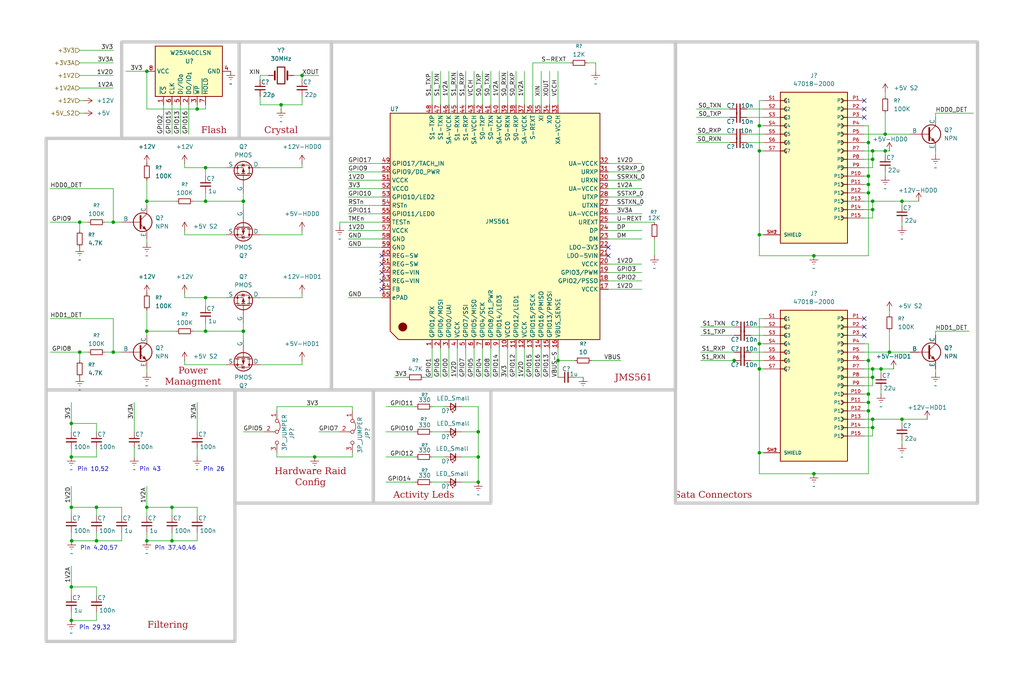
<source format=kicad_sch>
(kicad_sch (version 20250114) (generator "eeschema") (generator_version "9.0")
  (paper "User" 310 210)
  (rectangle (start 71.12 118.11) (end 113.03 152.4) (stroke (width 1) (color 200 200 200 1)))
  (rectangle (start 113.03 118.11) (end 148.59 152.4) (stroke (width 1) (color 200 200 200 1)))
  (rectangle (start 72.39 12.7) (end 100.33 41.91) (stroke (width 1) (color 200 200 200 1)))
  (rectangle (start 13.97 41.91) (end 100.33 118.11) (stroke (width 1) (color 200 200 200 1)))
  (rectangle (start 100.33 12.7) (end 204.47 118.11) (stroke (width 1) (color 200 200 200 1)))
  (rectangle (start 13.97 118.11) (end 71.12 194.31) (stroke (width 1) (color 200 200 200 1)))
  (rectangle (start 204.47 12.7) (end 295.91 152.4) (stroke (width 1) (color 200 200 200 1)))
  (rectangle (start 36.83 12.7) (end 72.39 41.91) (stroke (width 1) (color 200 200 200 1)))
  (text "Pin 4,20,57" (at 29.972 166.116 0) (effects (font (size 1.27 1.27))))
  (text "Pin 29,32" (at 28.702 190.246 0) (effects (font (size 1.27 1.27))))
  (text " Pin 43" (at 44.958 142.24 0) (effects (font (size 1.27 1.27))))
  (text "Pin 37,40,46" (at 53.086 166.116 0) (effects (font (size 1.27 1.27))))
  (text " Pin 10,52" (at 27.686 142.24 0) (effects (font (size 1.27 1.27))))
  (text " Pin 26\n" (at 64.262 142.24 0) (effects (font (size 1.27 1.27))))
  (text_box "Filtering" (at 36.83 182.88 0) (size 27.94 9.525) (margins 1.9049 1.9049 1.9049 1.9049) (stroke (width -0.0001)) (effects (font (size 2 2) (thickness 0.3175)) (justify bottom)))
  (text_box "Flash\n\n" (at 50.8 33.02 0) (size 27.94 9.525) (margins 1.9049 1.9049 1.9049 1.9049) (stroke (width -0.0001)) (effects (font (size 2 2) (thickness 0.3175)) (justify bottom)))
  (text_box "JMS561" (at 177.8 107.95 0) (size 27.94 9.525) (margins 1.9049 1.9049 1.9049 1.9049) (stroke (width -0.0001)) (effects (font (size 2 2) (thickness 0.3175)) (justify bottom)))
  (text_box "Sata Connectors\n" (at 201.93 143.51 0) (size 27.94 9.525) (margins 1.9049 1.9049 1.9049 1.9049) (stroke (width -0.0001)) (effects (font (size 2 2) (thickness 0.3175)) (justify bottom)))
  (text_box "Hardware Raid \nConfig\n" (at 80.01 139.7 0) (size 27.94 9.525) (margins 1.9049 1.9049 1.9049 1.9049) (stroke (width -0.0001)) (effects (font (size 2 2) (thickness 0.3175)) (justify bottom)))
  (text_box "Activity Leds\n" (at 114.3 143.51 0) (size 27.94 9.525) (margins 1.9049 1.9049 1.9049 1.9049) (stroke (width -0.0001)) (effects (font (size 2 2) (thickness 0.3175)) (justify bottom)))
  (text_box "Power Managment\n" (at 44.45 109.22 0) (size 27.94 9.525) (margins 1.9049 1.9049 1.9049 1.9049) (stroke (width -0.0001)) (effects (font (size 2 2) (thickness 0.3175)) (justify bottom)))
  (text_box "Crystal\n" (at 71.12 33.02 0) (size 27.94 9.525) (margins 1.9049 1.9049 1.9049 1.9049) (stroke (width -0.0001)) (effects (font (size 2 2) (thickness 0.3175)) (justify bottom)))
  (junction (at 229.87 104.14))
  (junction (at 168.91 109.22))
  (junction (at 29.21 163.83))
  (junction (at 21.59 153.67))
  (junction (at 267.97 45.72))
  (junction (at 262.89 121.92))
  (junction (at 62.23 100.33))
  (junction (at 73.66 100.33))
  (junction (at 264.16 114.3))
  (junction (at 73.66 60.96))
  (junction (at 229.87 38.1))
  (junction (at 246.38 77.47))
  (junction (at 52.07 153.67))
  (junction (at 21.59 138.43))
  (junction (at 273.05 127))
  (junction (at 269.24 106.68))
  (junction (at 24.13 106.68))
  (junction (at 44.45 100.33))
  (junction (at 264.16 111.76))
  (junction (at 262.89 53.34))
  (junction (at 262.89 55.88))
  (junction (at 144.78 130.81))
  (junction (at 262.89 109.22))
  (junction (at 95.25 138.43))
  (junction (at 264.16 60.96))
  (junction (at 62.23 50.8))
  (junction (at 24.13 67.31))
  (junction (at 21.59 177.8))
  (junction (at 229.87 137.16))
  (junction (at 34.29 106.68))
  (junction (at 59.69 33.02))
  (junction (at 85.09 31.75))
  (junction (at 264.16 63.5))
  (junction (at 44.45 21.59))
  (junction (at 266.7 111.76))
  (junction (at 21.6925 163.83))
  (junction (at 44.45 60.96))
  (junction (at 262.89 119.38))
  (junction (at 222.25 109.22))
  (junction (at 262.89 58.42))
  (junction (at 264.16 129.54))
  (junction (at 262.89 43.18))
  (junction (at 264.16 45.72))
  (junction (at 229.87 111.76))
  (junction (at 273.05 60.96))
  (junction (at 34.29 67.31))
  (junction (at 229.87 45.72))
  (junction (at 21.59 187.96))
  (junction (at 267.97 40.64))
  (junction (at 91.44 22.86))
  (junction (at 52.07 163.83))
  (junction (at 262.89 124.46))
  (junction (at 62.23 90.17))
  (junction (at 264.16 48.26))
  (junction (at 229.87 71.12))
  (junction (at 264.16 127))
  (junction (at 21.59 128.27))
  (junction (at 62.23 60.96))
  (junction (at 29.21 153.67))
  (junction (at 144.78 138.43))
  (junction (at 44.45 163.83))
  (junction (at 246.38 143.51))
  (junction (at 144.78 146.05))
  (junction (at 44.45 153.67))
  (no_connect (at 261.62 101.6))
  (no_connect (at 261.62 33.02))
  (no_connect (at 115.57 80.01))
  (no_connect (at 261.62 99.06))
  (no_connect (at 115.57 82.55))
  (no_connect (at 261.62 30.48))
  (no_connect (at 184.15 74.93))
  (no_connect (at 261.62 35.56))
  (no_connect (at 115.57 85.09))
  (no_connect (at 115.57 87.63))
  (no_connect (at 115.57 77.47))
  (no_connect (at 184.15 77.47))
  (no_connect (at 261.62 96.52))
  (wire (pts (xy 73.66 100.33) (xy 73.66 102.87)))
  (wire (pts (xy 31.75 106.68) (xy 34.29 106.68)))
  (wire (pts (xy 266.7 119.38) (xy 266.7 118.11)))
  (wire (pts (xy 264.16 114.3) (xy 264.16 111.76)))
  (wire (pts (xy 231.14 30.48) (xy 229.87 30.48)))
  (wire (pts (xy 15.24 96.52) (xy 34.29 96.52)))
  (wire (pts (xy 229.87 111.76) (xy 229.87 104.14)))
  (wire (pts (xy 15.24 57.15) (xy 34.29 57.15)))
  (wire (pts (xy 246.38 77.47) (xy 229.87 77.47)))
  (wire (pts (xy 267.97 45.72) (xy 269.24 45.72)))
  (wire (pts (xy 269.24 95.25) (xy 269.24 93.98)))
  (wire (pts (xy 62.23 50.8) (xy 68.58 50.8)))
  (wire (pts (xy 226.06 40.64) (xy 231.14 40.64)))
  (wire (pts (xy 78.74 110.49) (xy 91.44 110.49)))
  (wire (pts (xy 269.24 100.33) (xy 269.24 106.68)))
  (wire (pts (xy 133.35 105.41) (xy 133.35 114.3)))
  (wire (pts (xy 229.87 30.48) (xy 229.87 38.1)))
  (wire (pts (xy 139.7 123.19) (xy 144.78 123.19)))
  (wire (pts (xy 264.16 127) (xy 273.05 127)))
  (wire (pts (xy 273.05 127) (xy 280.67 127)))
  (wire (pts (xy 21.59 147.32) (xy 21.59 153.67)))
  (wire (pts (xy 54.61 31.75) (xy 54.61 40.64)))
  (wire (pts (xy 261.62 132.08) (xy 264.16 132.08)))
  (wire (pts (xy 78.74 24.13) (xy 78.74 22.86)))
  (wire (pts (xy 62.23 97.79) (xy 62.23 100.33)))
  (wire (pts (xy 21.6925 163.83) (xy 21.59 163.83)))
  (wire (pts (xy 262.89 43.18) (xy 262.89 38.1)))
  (wire (pts (xy 96.52 130.81) (xy 102.87 130.81)))
  (wire (pts (xy 231.14 111.76) (xy 229.87 111.76)))
  (wire (pts (xy 55.88 69.85) (xy 55.88 71.12)))
  (wire (pts (xy 115.57 59.69) (xy 105.41 59.69)))
  (wire (pts (xy 226.06 35.56) (xy 231.14 35.56)))
  (wire (pts (xy 266.7 113.03) (xy 266.7 111.76)))
  (wire (pts (xy 91.44 109.22) (xy 91.44 110.49)))
  (wire (pts (xy 24.13 67.31) (xy 26.67 67.31)))
  (wire (pts (xy 273.05 128.27) (xy 273.05 127)))
  (wire (pts (xy 130.81 105.41) (xy 130.81 114.3)))
  (wire (pts (xy 44.45 101.6) (xy 44.45 100.33)))
  (wire (pts (xy 177.8 19.05) (xy 180.34 19.05)))
  (wire (pts (xy 15.24 106.68) (xy 24.13 106.68)))
  (wire (pts (xy 62.23 90.17) (xy 55.88 90.17)))
  (wire (pts (xy 68.58 110.49) (xy 55.88 110.49)))
  (wire (pts (xy 261.62 124.46) (xy 262.89 124.46)))
  (wire (pts (xy 34.29 106.68) (xy 36.83 106.68)))
  (wire (pts (xy 119.38 114.3) (xy 123.19 114.3)))
  (wire (pts (xy 264.16 116.84) (xy 264.16 114.3)))
  (wire (pts (xy 153.67 105.41) (xy 153.67 114.3)))
  (wire (pts (xy 273.05 67.31) (xy 273.05 68.58)))
  (wire (pts (xy 49.53 31.75) (xy 49.53 40.64)))
  (wire (pts (xy 264.16 111.76) (xy 266.7 111.76)))
  (wire (pts (xy 115.57 52.07) (xy 105.41 52.07)))
  (wire (pts (xy 261.62 116.84) (xy 264.16 116.84)))
  (wire (pts (xy 68.58 71.12) (xy 55.88 71.12)))
  (wire (pts (xy 29.21 163.83) (xy 21.6925 163.83)))
  (wire (pts (xy 116.84 130.81) (xy 125.73 130.81)))
  (wire (pts (xy 52.07 31.75) (xy 52.07 40.64)))
  (wire (pts (xy 264.16 60.96) (xy 273.05 60.96)))
  (wire (pts (xy 231.14 137.16) (xy 229.87 137.16)))
  (wire (pts (xy 21.59 177.8) (xy 21.59 180.34)))
  (wire (pts (xy 283.21 100.33) (xy 283.21 101.6)))
  (wire (pts (xy 78.74 22.86) (xy 81.28 22.86)))
  (wire (pts (xy 55.88 88.9) (xy 55.88 90.17)))
  (wire (pts (xy 130.81 123.19) (xy 134.62 123.19)))
  (wire (pts (xy 29.21 135.89) (xy 29.21 138.43)))
  (wire (pts (xy 116.84 138.43) (xy 125.73 138.43)))
  (wire (pts (xy 38.1 21.59) (xy 44.45 21.59)))
  (wire (pts (xy 229.87 137.16) (xy 229.87 111.76)))
  (wire (pts (xy 44.45 72.39) (xy 44.45 73.66)))
  (wire (pts (xy 59.69 163.83) (xy 52.07 163.83)))
  (wire (pts (xy 261.62 119.38) (xy 262.89 119.38)))
  (wire (pts (xy 21.59 121.92) (xy 21.59 128.27)))
  (wire (pts (xy 184.15 59.69) (xy 194.31 59.69)))
  (wire (pts (xy 262.89 121.92) (xy 262.89 124.46)))
  (wire (pts (xy 158.75 31.75) (xy 158.75 21.59)))
  (wire (pts (xy 212.09 109.22) (xy 222.25 109.22)))
  (wire (pts (xy 130.81 31.75) (xy 130.81 21.59)))
  (wire (pts (xy 24.13 26.67) (xy 34.29 26.67)))
  (wire (pts (xy 262.89 109.22) (xy 262.89 119.38)))
  (wire (pts (xy 59.69 121.92) (xy 59.69 130.81)))
  (wire (pts (xy 262.89 124.46) (xy 262.89 143.51)))
  (wire (pts (xy 176.53 114.3) (xy 173.99 114.3)))
  (wire (pts (xy 95.25 138.43) (xy 106.68 138.43)))
  (wire (pts (xy 85.09 31.75) (xy 85.09 33.02)))
  (wire (pts (xy 128.27 114.3) (xy 130.81 114.3)))
  (wire (pts (xy 283.21 100.33) (xy 293.37 100.33)))
  (wire (pts (xy 140.97 31.75) (xy 140.97 21.59)))
  (wire (pts (xy 184.15 82.55) (xy 194.31 82.55)))
  (wire (pts (xy 29.21 185.42) (xy 29.21 187.96)))
  (wire (pts (xy 55.88 109.22) (xy 55.88 110.49)))
  (wire (pts (xy 261.62 63.5) (xy 264.16 63.5)))
  (wire (pts (xy 29.21 153.67) (xy 21.59 153.67)))
  (wire (pts (xy 115.57 64.77) (xy 105.41 64.77)))
  (wire (pts (xy 24.13 106.68) (xy 26.67 106.68)))
  (wire (pts (xy 262.89 43.18) (xy 262.89 53.34)))
  (wire (pts (xy 267.97 53.34) (xy 267.97 52.07)))
  (wire (pts (xy 151.13 31.75) (xy 151.13 21.59)))
  (wire (pts (xy 158.75 105.41) (xy 158.75 114.3)))
  (wire (pts (xy 88.9 22.86) (xy 91.44 22.86)))
  (wire (pts (xy 184.15 67.31) (xy 198.12 67.31)))
  (wire (pts (xy 29.21 128.27) (xy 21.59 128.27)))
  (wire (pts (xy 229.87 104.14) (xy 231.14 104.14)))
  (wire (pts (xy 261.62 40.64) (xy 267.97 40.64)))
  (wire (pts (xy 161.29 19.05) (xy 172.72 19.05)))
  (wire (pts (xy 261.62 55.88) (xy 262.89 55.88)))
  (wire (pts (xy 262.89 119.38) (xy 262.89 121.92)))
  (wire (pts (xy 231.14 71.12) (xy 229.87 71.12)))
  (wire (pts (xy 34.29 67.31) (xy 34.29 57.15)))
  (wire (pts (xy 226.06 33.02) (xy 231.14 33.02)))
  (wire (pts (xy 264.16 132.08) (xy 264.16 129.54)))
  (wire (pts (xy 59.69 153.67) (xy 52.07 153.67)))
  (wire (pts (xy 29.21 130.81) (xy 29.21 128.27)))
  (wire (pts (xy 73.66 100.33) (xy 73.66 97.79)))
  (wire (pts (xy 83.82 124.46) (xy 83.82 123.19)))
  (wire (pts (xy 283.21 35.56) (xy 283.21 34.29)))
  (wire (pts (xy 21.59 135.89) (xy 21.59 138.43)))
  (wire (pts (xy 59.69 33.02) (xy 44.45 33.02)))
  (wire (pts (xy 229.87 45.72) (xy 229.87 71.12)))
  (wire (pts (xy 261.62 43.18) (xy 262.89 43.18)))
  (wire (pts (xy 106.68 123.19) (xy 106.68 124.46)))
  (wire (pts (xy 261.62 45.72) (xy 264.16 45.72)))
  (wire (pts (xy 29.21 156.21) (xy 29.21 153.67)))
  (wire (pts (xy 262.89 58.42) (xy 262.89 77.47)))
  (wire (pts (xy 264.16 48.26) (xy 264.16 45.72)))
  (wire (pts (xy 261.62 48.26) (xy 264.16 48.26)))
  (wire (pts (xy 44.45 54.61) (xy 44.45 60.96)))
  (wire (pts (xy 223.52 109.22) (xy 222.25 109.22)))
  (wire (pts (xy 80.01 130.81) (xy 73.66 130.81)))
  (wire (pts (xy 59.69 138.43) (xy 59.69 135.89)))
  (wire (pts (xy 78.74 50.8) (xy 91.44 50.8)))
  (wire (pts (xy 106.68 138.43) (xy 106.68 137.16)))
  (wire (pts (xy 24.13 30.48) (xy 25.4 30.48)))
  (wire (pts (xy 29.21 180.34) (xy 29.21 177.8)))
  (wire (pts (xy 62.23 90.17) (xy 68.58 90.17)))
  (wire (pts (xy 40.64 121.92) (xy 40.64 130.81)))
  (wire (pts (xy 83.82 123.19) (xy 106.68 123.19)))
  (wire (pts (xy 266.7 111.76) (xy 270.51 111.76)))
  (wire (pts (xy 184.15 49.53) (xy 194.31 49.53)))
  (wire (pts (xy 173.99 109.22) (xy 168.91 109.22)))
  (wire (pts (xy 102.87 67.31) (xy 115.57 67.31)))
  (wire (pts (xy 261.62 129.54) (xy 264.16 129.54)))
  (wire (pts (xy 210.82 43.18) (xy 220.98 43.18)))
  (wire (pts (xy 58.42 60.96) (xy 62.23 60.96)))
  (wire (pts (xy 21.59 171.45) (xy 21.59 177.8)))
  (wire (pts (xy 231.14 38.1) (xy 229.87 38.1)))
  (wire (pts (xy 55.88 49.53) (xy 55.88 50.8)))
  (wire (pts (xy 146.05 105.41) (xy 146.05 114.3)))
  (wire (pts (xy 231.14 96.52) (xy 229.87 96.52)))
  (wire (pts (xy 229.87 77.47) (xy 229.87 71.12)))
  (wire (pts (xy 264.16 63.5) (xy 264.16 60.96)))
  (wire (pts (xy 163.83 31.75) (xy 163.83 21.59)))
  (wire (pts (xy 73.66 60.96) (xy 73.66 58.42)))
  (wire (pts (xy 273.05 60.96) (xy 278.13 60.96)))
  (wire (pts (xy 91.44 22.86) (xy 96.52 22.86)))
  (wire (pts (xy 36.83 161.29) (xy 36.83 163.83)))
  (wire (pts (xy 261.62 53.34) (xy 262.89 53.34)))
  (wire (pts (xy 52.07 163.83) (xy 44.45 163.83)))
  (wire (pts (xy 227.33 99.06) (xy 231.14 99.06)))
  (wire (pts (xy 52.07 161.29) (xy 52.07 163.83)))
  (wire (pts (xy 283.21 111.76) (xy 283.21 113.03)))
  (wire (pts (xy 261.62 111.76) (xy 264.16 111.76)))
  (wire (pts (xy 261.62 127) (xy 264.16 127)))
  (wire (pts (xy 139.7 130.81) (xy 144.78 130.81)))
  (wire (pts (xy 229.87 143.51) (xy 229.87 137.16)))
  (wire (pts (xy 59.69 161.29) (xy 59.69 163.83)))
  (wire (pts (xy 273.05 133.35) (xy 273.05 134.62)))
  (wire (pts (xy 262.89 143.51) (xy 246.38 143.51)))
  (wire (pts (xy 261.62 38.1) (xy 262.89 38.1)))
  (wire (pts (xy 52.07 156.21) (xy 52.07 153.67)))
  (wire (pts (xy 62.23 50.8) (xy 62.23 53.34)))
  (wire (pts (xy 44.45 33.02) (xy 44.45 21.59)))
  (wire (pts (xy 184.15 64.77) (xy 194.31 64.77)))
  (wire (pts (xy 115.57 62.23) (xy 105.41 62.23)))
  (wire (pts (xy 83.82 138.43) (xy 95.25 138.43)))
  (wire (pts (xy 261.62 58.42) (xy 262.89 58.42)))
  (wire (pts (xy 62.23 58.42) (xy 62.23 60.96)))
  (wire (pts (xy 44.45 161.29) (xy 44.45 163.83)))
  (wire (pts (xy 116.84 146.05) (xy 125.73 146.05)))
  (wire (pts (xy 267.97 46.99) (xy 267.97 45.72)))
  (wire (pts (xy 184.15 62.23) (xy 194.31 62.23)))
  (wire (pts (xy 264.16 129.54) (xy 264.16 127)))
  (wire (pts (xy 78.74 31.75) (xy 85.09 31.75)))
  (wire (pts (xy 261.62 66.04) (xy 264.16 66.04)))
  (wire (pts (xy 144.78 123.19) (xy 144.78 130.81)))
  (wire (pts (xy 21.59 185.42) (xy 21.59 187.96)))
  (wire (pts (xy 21.59 128.27) (xy 21.59 130.81)))
  (wire (pts (xy 62.23 50.8) (xy 55.88 50.8)))
  (wire (pts (xy 78.74 29.21) (xy 78.74 31.75)))
  (wire (pts (xy 184.15 69.85) (xy 194.31 69.85)))
  (wire (pts (xy 29.21 138.43) (xy 21.59 138.43)))
  (wire (pts (xy 44.45 100.33) (xy 53.34 100.33)))
  (wire (pts (xy 29.21 177.8) (xy 21.59 177.8)))
  (wire (pts (xy 62.23 90.17) (xy 62.23 92.71)))
  (wire (pts (xy 44.45 153.67) (xy 44.45 156.21)))
  (wire (pts (xy 73.66 60.96) (xy 73.66 63.5)))
  (wire (pts (xy 184.15 85.09) (xy 194.31 85.09)))
  (wire (pts (xy 143.51 105.41) (xy 143.51 114.3)))
  (wire (pts (xy 227.33 101.6) (xy 231.14 101.6)))
  (wire (pts (xy 227.33 109.22) (xy 231.14 109.22)))
  (wire (pts (xy 153.67 31.75) (xy 153.67 21.59)))
  (wire (pts (xy 138.43 31.75) (xy 138.43 21.59)))
  (wire (pts (xy 115.57 90.17) (xy 105.41 90.17)))
  (wire (pts (xy 102.87 68.58) (xy 102.87 67.31)))
  (wire (pts (xy 135.89 31.75) (xy 135.89 21.59)))
  (wire (pts (xy 135.89 105.41) (xy 135.89 114.3)))
  (wire (pts (xy 229.87 45.72) (xy 231.14 45.72)))
  (wire (pts (xy 143.51 31.75) (xy 143.51 21.59)))
  (wire (pts (xy 140.97 105.41) (xy 140.97 114.3)))
  (wire (pts (xy 115.57 72.39) (xy 105.41 72.39)))
  (wire (pts (xy 21.59 161.29) (xy 21.59 163.83)))
  (wire (pts (xy 246.38 143.51) (xy 229.87 143.51)))
  (wire (pts (xy 267.97 29.21) (xy 267.97 27.94)))
  (wire (pts (xy 210.82 35.56) (xy 220.98 35.56)))
  (wire (pts (xy 115.57 54.61) (xy 105.41 54.61)))
  (wire (pts (xy 57.15 31.75) (xy 57.15 40.64)))
  (wire (pts (xy 62.23 31.75) (xy 62.23 33.02)))
  (wire (pts (xy 144.78 138.43) (xy 144.78 146.05)))
  (wire (pts (xy 24.13 109.22) (xy 24.13 106.68)))
  (wire (pts (xy 269.24 106.68) (xy 275.59 106.68)))
  (wire (pts (xy 227.33 106.68) (xy 231.14 106.68)))
  (wire (pts (xy 34.29 106.68) (xy 34.29 96.52)))
  (wire (pts (xy 115.57 57.15) (xy 105.41 57.15)))
  (wire (pts (xy 44.45 147.32) (xy 44.45 153.67)))
  (wire (pts (xy 115.57 49.53) (xy 105.41 49.53)))
  (wire (pts (xy 212.09 99.06) (xy 222.25 99.06)))
  (wire (pts (xy 184.15 52.07) (xy 194.31 52.07)))
  (wire (pts (xy 24.13 15.24) (xy 34.29 15.24)))
  (wire (pts (xy 146.05 31.75) (xy 146.05 21.59)))
  (wire (pts (xy 180.34 19.05) (xy 180.34 21.59)))
  (wire (pts (xy 58.42 100.33) (xy 62.23 100.33)))
  (wire (pts (xy 212.09 106.68) (xy 222.25 106.68)))
  (wire (pts (xy 261.62 109.22) (xy 262.89 109.22)))
  (wire (pts (xy 144.78 130.81) (xy 144.78 138.43)))
  (wire (pts (xy 116.84 123.19) (xy 125.73 123.19)))
  (wire (pts (xy 115.57 69.85) (xy 105.41 69.85)))
  (wire (pts (xy 210.82 40.64) (xy 220.98 40.64)))
  (wire (pts (xy 273.05 62.23) (xy 273.05 60.96)))
  (wire (pts (xy 85.09 31.75) (xy 91.44 31.75)))
  (wire (pts (xy 262.89 77.47) (xy 246.38 77.47)))
  (wire (pts (xy 267.97 34.29) (xy 267.97 40.64)))
  (wire (pts (xy 21.59 153.67) (xy 21.59 156.21)))
  (wire (pts (xy 261.62 106.68) (xy 269.24 106.68)))
  (wire (pts (xy 15.24 67.31) (xy 24.13 67.31)))
  (wire (pts (xy 156.21 31.75) (xy 156.21 21.59)))
  (wire (pts (xy 229.87 96.52) (xy 229.87 104.14)))
  (wire (pts (xy 91.44 88.9) (xy 91.44 90.17)))
  (wire (pts (xy 184.15 54.61) (xy 194.31 54.61)))
  (wire (pts (xy 130.81 146.05) (xy 134.62 146.05)))
  (wire (pts (xy 36.83 163.83) (xy 29.21 163.83)))
  (wire (pts (xy 212.09 101.6) (xy 222.25 101.6)))
  (wire (pts (xy 91.44 31.75) (xy 91.44 29.21)))
  (wire (pts (xy 184.15 72.39) (xy 194.31 72.39)))
  (wire (pts (xy 24.13 69.85) (xy 24.13 67.31)))
  (wire (pts (xy 59.69 156.21) (xy 59.69 153.67)))
  (wire (pts (xy 262.89 109.22) (xy 262.89 104.14)))
  (wire (pts (xy 44.45 62.23) (xy 44.45 60.96)))
  (wire (pts (xy 161.29 19.05) (xy 161.29 31.75)))
  (wire (pts (xy 163.83 105.41) (xy 163.83 114.3)))
  (wire (pts (xy 262.89 55.88) (xy 262.89 58.42)))
  (wire (pts (xy 139.7 138.43) (xy 144.78 138.43)))
  (wire (pts (xy 264.16 50.8) (xy 264.16 48.26)))
  (wire (pts (xy 133.35 31.75) (xy 133.35 21.59)))
  (wire (pts (xy 261.62 121.92) (xy 262.89 121.92)))
  (wire (pts (xy 91.44 69.85) (xy 91.44 71.12)))
  (wire (pts (xy 184.15 87.63) (xy 194.31 87.63)))
  (wire (pts (xy 148.59 31.75) (xy 148.59 21.59)))
  (wire (pts (xy 62.23 100.33) (xy 73.66 100.33)))
  (wire (pts (xy 184.15 80.01) (xy 194.31 80.01)))
  (wire (pts (xy 261.62 50.8) (xy 264.16 50.8)))
  (wire (pts (xy 130.81 138.43) (xy 134.62 138.43)))
  (wire (pts (xy 29.21 161.29) (xy 29.21 163.83)))
  (wire (pts (xy 31.75 67.31) (xy 34.29 67.31)))
  (wire (pts (xy 44.45 111.76) (xy 44.45 113.03)))
  (wire (pts (xy 78.74 90.17) (xy 91.44 90.17)))
  (wire (pts (xy 264.16 45.72) (xy 267.97 45.72)))
  (wire (pts (xy 115.57 74.93) (xy 105.41 74.93)))
  (wire (pts (xy 44.45 60.96) (xy 53.34 60.96)))
  (wire (pts (xy 91.44 24.13) (xy 91.44 22.86)))
  (wire (pts (xy 36.83 153.67) (xy 29.21 153.67)))
  (wire (pts (xy 262.89 53.34) (xy 262.89 55.88)))
  (wire (pts (xy 168.91 21.59) (xy 168.91 31.75)))
  (wire (pts (xy 52.07 153.67) (xy 44.45 153.67)))
  (wire (pts (xy 34.29 67.31) (xy 36.83 67.31)))
  (wire (pts (xy 62.23 33.02) (xy 59.69 33.02)))
  (wire (pts (xy 44.45 93.98) (xy 44.45 100.33)))
  (wire (pts (xy 229.87 38.1) (xy 229.87 45.72)))
  (wire (pts (xy 130.81 130.81) (xy 134.62 130.81)))
  (wire (pts (xy 283.21 45.72) (xy 283.21 46.99)))
  (wire (pts (xy 91.44 49.53) (xy 91.44 50.8)))
  (wire (pts (xy 24.13 19.05) (xy 34.29 19.05)))
  (wire (pts (xy 83.82 137.16) (xy 83.82 138.43)))
  (wire (pts (xy 62.23 60.96) (xy 73.66 60.96)))
  (wire (pts (xy 59.69 33.02) (xy 59.69 31.75)))
  (wire (pts (xy 161.29 105.41) (xy 161.29 114.3)))
  (wire (pts (xy 166.37 31.75) (xy 166.37 21.59)))
  (wire (pts (xy 151.13 105.41) (xy 151.13 114.3)))
  (wire (pts (xy 184.15 57.15) (xy 194.31 57.15)))
  (wire (pts (xy 261.62 104.14) (xy 262.89 104.14)))
  (wire (pts (xy 24.13 34.29) (xy 25.4 34.29)))
  (wire (pts (xy 198.12 72.39) (xy 198.12 77.47)))
  (wire (pts (xy 148.59 105.41) (xy 148.59 114.3)))
  (wire (pts (xy 179.07 109.22) (xy 187.96 109.22)))
  (wire (pts (xy 261.62 114.3) (xy 264.16 114.3)))
  (wire (pts (xy 40.64 138.43) (xy 40.64 135.89)))
  (wire (pts (xy 78.74 71.12) (xy 91.44 71.12)))
  (wire (pts (xy 138.43 105.41) (xy 138.43 114.3)))
  (wire (pts (xy 226.06 43.18) (xy 231.14 43.18)))
  (wire (pts (xy 261.62 60.96) (xy 264.16 60.96)))
  (wire (pts (xy 24.13 22.86) (xy 34.29 22.86)))
  (wire (pts (xy 168.91 109.22) (xy 168.91 114.3)))
  (wire (pts (xy 210.82 33.02) (xy 220.98 33.02)))
  (wire (pts (xy 36.83 156.21) (xy 36.83 153.67)))
  (wire (pts (xy 283.21 34.29) (xy 294.64 34.29)))
  (wire (pts (xy 168.91 105.41) (xy 168.91 109.22)))
  (wire (pts (xy 166.37 105.41) (xy 166.37 114.3)))
  (wire (pts (xy 156.21 105.41) (xy 156.21 114.3)))
  (wire (pts (xy 267.97 40.64) (xy 275.59 40.64)))
  (wire (pts (xy 264.16 66.04) (xy 264.16 63.5)))
  (wire (pts (xy 144.78 146.05) (xy 139.7 146.05)))
  (wire (pts (xy 29.21 187.96) (xy 21.59 187.96)))
  (label "S1_RXP" (at 219.71 106.68 180))
  (label "GPIO12" (at 118.11 138.43 0))
  (label "1V2A" (at 44.45 152.4 90))
  (label "HDD0_DET" (at 283.21 34.29 0))
  (label "1V2D" (at 158.75 114.3 90))
  (label "S0_TXP" (at 218.44 35.56 180))
  (label "S1_TXP" (at 219.71 101.6 180))
  (label "GPIO10" (at 105.41 59.69 0))
  (label "GND" (at 105.41 74.93 0))
  (label "GPIO3" (at 186.69 82.55 0))
  (label "3V3" (at 34.29 15.24 180))
  (label "HDD0_DET" (at 15.24 57.15 0))
  (label "GPIO16" (at 163.83 114.3 90))
  (label "S1_RXP" (at 140.97 29.21 90))
  (label "U-REXT" (at 186.69 67.31 0))
  (label "GPIO13" (at 166.37 114.3 90))
  (label "1V2D" (at 21.59 152.4 90))
  (label "S0_TXP" (at 146.05 29.21 90))
  (label "1V2D" (at 186.69 49.53 0))
  (label "3V3" (at 123.19 114.3 180))
  (label "SSRXN_0" (at 186.69 54.61 0))
  (label "GPIO9" (at 21.59 67.31 180))
  (label "S1_RXN" (at 219.71 109.22 180))
  (label "SSTXN_0" (at 186.69 62.23 0))
  (label "GPIO1" (at 130.81 114.3 90))
  (label "S0_TXN" (at 148.59 29.21 90))
  (label "S0_RXN" (at 218.44 43.18 180))
  (label "GPIO2" (at 186.69 85.09 0))
  (label "1V2A" (at 151.13 29.21 90))
  (label "VBUS-S" (at 168.91 114.3 90))
  (label "GPIO13" (at 54.61 40.64 90))
  (label "GPIO17" (at 105.41 49.53 0))
  (label "GPIO15" (at 161.29 114.3 90))
  (label "S-REXT" (at 163.83 19.05 0))
  (label "3V3" (at 43.18 21.59 180))
  (label "3V3A" (at 40.64 127 90))
  (label "GPIO15" (at 52.07 40.64 90))
  (label "3V3" (at 92.71 123.19 0))
  (label "HDD1_DET" (at 15.24 96.52 0))
  (label "S1_RXN" (at 138.43 29.21 90))
  (label "GPIO2" (at 49.53 40.64 90))
  (label "3V3A" (at 186.69 64.77 0))
  (label "GPIO11" (at 118.11 123.19 0))
  (label "GPIO10" (at 118.11 130.81 0))
  (label "GPIO5" (at 73.66 130.81 0))
  (label "3V3" (at 153.67 114.3 90))
  (label "S1_TXN" (at 219.71 99.06 180))
  (label "GND" (at 105.41 90.17 0))
  (label "DP" (at 186.69 69.85 0))
  (label "GPIO5" (at 143.51 114.3 90))
  (label "GPIO4" (at 146.05 114.3 90))
  (label "GPIO7" (at 140.97 114.3 90))
  (label "XIN" (at 78.74 22.86 180))
  (label "S0_RXP" (at 156.21 29.21 90))
  (label "RSTn" (at 105.41 62.23 0))
  (label "1V2D" (at 138.43 114.3 90))
  (label "XOUT" (at 96.52 22.86 180))
  (label "GPIO16" (at 57.15 40.64 90))
  (label "GPIO11" (at 105.41 64.77 0))
  (label "GPIO6" (at 133.35 114.3 90))
  (label "VCCH" (at 168.91 29.21 90))
  (label "XIN" (at 163.83 29.21 90))
  (label "VCCH" (at 143.51 29.21 90))
  (label "1V2A" (at 135.89 29.21 90))
  (label "S0_RXP" (at 218.44 40.64 180))
  (label "S0_RXN" (at 153.67 29.21 90))
  (label "1V2A" (at 21.59 176.53 90))
  (label "3V3" (at 105.41 57.15 0))
  (label "3V3" (at 21.59 127 90))
  (label "GPIO14" (at 151.13 114.3 90))
  (label "3V3A" (at 59.69 127 90))
  (label "1V2A" (at 158.75 29.21 90))
  (label "S1_TXN" (at 133.35 29.21 90))
  (label "GPIO8" (at 21.59 106.68 180))
  (label "TMEn" (at 105.41 67.31 0))
  (label "SSRXP_0" (at 186.69 52.07 0))
  (label "GPIO0" (at 135.89 114.3 90))
  (label "GPIO7" (at 96.52 130.81 0))
  (label "1V2A" (at 186.69 57.15 0))
  (label "1V2A" (at 34.29 26.67 180))
  (label "GPIO8" (at 148.59 114.3 90))
  (label "GPIO14" (at 124.46 146.05 180))
  (label "S0_TXN" (at 218.44 33.02 180))
  (label "S1_TXP" (at 130.81 29.21 90))
  (label "XOUT" (at 166.37 29.21 90))
  (label "1V2D" (at 186.69 87.63 0))
  (label "HDD1_DET" (at 283.21 100.33 0))
  (label "GND" (at 105.41 72.39 0))
  (label "1V2D" (at 105.41 69.85 0))
  (label "1V2D" (at 105.41 54.61 0))
  (label "GPIO12" (at 156.21 114.3 90))
  (label "SSTXP_0" (at 186.69 59.69 0))
  (label "GPIO9" (at 105.41 52.07 0))
  (label "1V2D" (at 186.69 80.01 0))
  (label "3V3A" (at 34.29 19.05 180))
  (label "1V2D" (at 34.29 22.86 180))
  (label "DM" (at 186.69 72.39 0))
  (label "VBUS" (at 187.96 109.22 180))
  (hierarchical_label "+3V3A" (shape input) (at 24.13 19.05 180))
  (hierarchical_label "+5V_S2" (shape input) (at 24.13 34.29 180))
  (hierarchical_label "+12V" (shape input) (at 24.13 30.48 180))
  (hierarchical_label "+1V2" (shape input) (at 24.13 22.86 180))
  (hierarchical_label "+1V2A" (shape input) (at 24.13 26.67 180))
  (hierarchical_label "+3V3" (shape input) (at 24.13 15.24 180))
  (symbol (lib_id "Device:R_Small") (at 128.27 146.05 90) (unit 1)
    (property "Reference" "R?" (at 128.524 142.494 90) (effects (font (size 1.016 1.016))))
    (property "Value" "330" (at 128.524 144.018 90))
    (property "Description" "Resistor, small symbol" (effects (hide yes)))
  )
  (symbol (lib_id "power:+12V") (at 91.44 49.53 0) (mirror y) (unit 1)
    (property "Reference" "#PWR094" (effects (hide yes)))
    (property "Value" "+12V-HDD0" (at 91.44 44.45 0))
    (property "Description" "Power symbol creates a global label with name \"+12V\"" (effects (hide yes)))
  )
  (symbol (lib_id "power:Earth") (at 144.78 146.05 0) (unit 1)
    (property "Reference" "#PWR0153" (effects (hide yes)))
    (property "Value" "~" (at 144.78 149.86 0))
    (property "Description" "Power symbol creates a global label with name \"Earth\"" (effects (hide yes)))
  )
  (symbol (lib_id "Device:LED_Small") (at 137.16 146.05 180) (unit 1)
    (property "Reference" "D?" (at 134.874 147.32 0))
    (property "Value" "LED_Small" (at 136.906 143.51 0))
    (property "Description" "Light emitting diode, small symbol" (effects (hide yes)))
    (property "Sim.Pin" "1=K 2=A" (effects (hide yes)))
  )
  (symbol (lib_id "Device:C_Small") (at 59.69 158.75 0) (unit 1)
    (property "Reference" "C?" (at 59.944 156.972 0) (effects (justify left)))
    (property "Value" "100n" (at 60.452 160.782 0) (effects (justify left)))
    (property "Description" "Unpolarized capacitor, small symbol" (effects (hide yes)))
  )
  (symbol (lib_id "power:Earth") (at 266.7 119.38 0) (unit 1)
    (property "Reference" "#PWR056" (effects (hide yes)))
    (property "Value" "~" (at 266.7 123.19 0))
    (property "Description" "Power symbol creates a global label with name \"Earth\"" (effects (hide yes)))
  )
  (symbol (lib_id "Device:R_Small") (at 29.21 106.68 270) (unit 1)
    (property "Reference" "R?" (at 29.21 101.6 90) (effects (font (size 1.016 1.016))))
    (property "Value" "100K" (at 29.21 104.14 90))
    (property "Description" "Resistor, small symbol" (effects (hide yes)))
  )
  (symbol (lib_id "Device:R_Small") (at 24.13 111.76 0) (unit 1)
    (property "Reference" "R?" (at 26.67 110.4899 0) (effects (font (size 1.016 1.016)) (justify left)))
    (property "Value" "4.7K" (at 26.67 113.0299 0) (effects (justify left)))
    (property "Description" "Resistor, small symbol" (effects (hide yes)))
  )
  (symbol (lib_id "Simulation_SPICE:PMOS") (at 73.66 107.95 270) (unit 1)
    (property "Reference" "Q?" (at 73.66 116.84 90))
    (property "Value" "PMOS" (at 73.66 114.3 90))
    (property "Datasheet" "https://ngspice.sourceforge.io/docs/ngspice-html-manual/manual.xhtml#cha_MOSFETs" (effects (hide yes)))
    (property "Description" "P-MOSFET transistor, drain/source/gate" (effects (hide yes)))
    (property "Sim.Device" "PMOS" (effects (hide yes)))
    (property "Sim.Type" "VDMOS" (effects (hide yes)))
    (property "Sim.Pins" "1=D 2=G 3=S" (effects (hide yes)))
  )
  (symbol (lib_id "Device:C_Small") (at 266.7 115.57 0) (unit 1)
    (property "Reference" "C?" (at 266.954 113.792 0) (effects (justify left)))
    (property "Value" "22u" (at 267.462 117.602 0) (effects (justify left)))
    (property "Description" "Unpolarized capacitor, small symbol" (effects (hide yes)))
  )
  (symbol (lib_id "power:+12V") (at 91.44 109.22 0) (mirror y) (unit 1)
    (property "Reference" "#PWR085" (effects (hide yes)))
    (property "Value" "+5V-HDD1" (at 91.44 104.14 0))
    (property "Description" "Power symbol creates a global label with name \"+12V\"" (effects (hide yes)))
  )
  (symbol (lib_id "power:+12V") (at 25.4 34.29 270) (unit 1)
    (property "Reference" "#PWR097" (effects (hide yes)))
    (property "Value" "+5V" (at 29.21 34.2899 90) (effects (justify left)))
    (property "Description" "Power symbol creates a global label with name \"+12V\"" (effects (hide yes)))
  )
  (symbol (lib_id "power:+12V") (at 91.44 69.85 0) (mirror y) (unit 1)
    (property "Reference" "#PWR095" (effects (hide yes)))
    (property "Value" "+5V-HDD0" (at 91.44 64.77 0))
    (property "Description" "Power symbol creates a global label with name \"+12V\"" (effects (hide yes)))
  )
  (symbol (lib_id "Device:C_Small") (at 224.79 106.68 90) (unit 1)
    (property "Reference" "C?" (at 223.774 105.664 90) (effects (justify left)))
    (property "Value" "10n" (at 229.362 105.664 90) (effects (justify left)))
    (property "Description" "Unpolarized capacitor, small symbol" (effects (hide yes)))
  )
  (symbol (lib_id "Device:R_Small") (at 128.27 138.43 90) (unit 1)
    (property "Reference" "R?" (at 128.524 134.874 90) (effects (font (size 1.016 1.016))))
    (property "Value" "330" (at 128.524 136.398 90))
    (property "Description" "Resistor, small symbol" (effects (hide yes)))
  )
  (symbol (lib_id "Device:C_Small") (at 224.79 99.06 90) (unit 1)
    (property "Reference" "C?" (at 223.774 98.044 90) (effects (justify left)))
    (property "Value" "10n" (at 229.362 98.044 90) (effects (justify left)))
    (property "Description" "Unpolarized capacitor, small symbol" (effects (hide yes)))
  )
  (symbol (lib_id "power:Earth") (at 283.21 46.99 0) (unit 1)
    (property "Reference" "#PWR0102" (effects (hide yes)))
    (property "Value" "~" (at 283.21 50.8 0))
    (property "Description" "Power symbol creates a global label with name \"Earth\"" (effects (hide yes)))
  )
  (symbol (lib_id "Simulation_SPICE:NPN") (at 41.91 67.31 0) (unit 1)
    (property "Reference" "Q?" (at 46.99 66.0399 0) (effects (justify left)))
    (property "Value" "NPN" (at 46.99 68.5799 0) (effects (justify left)))
    (property "Datasheet" "https://ngspice.sourceforge.io/docs/ngspice-html-manual/manual.xhtml#cha_BJTs" (effects (hide yes)))
    (property "Description" "Bipolar transistor symbol for simulation only, substrate tied to the emitter" (effects (hide yes)))
    (property "Sim.Device" "NPN" (effects (hide yes)))
    (property "Sim.Type" "GUMMELPOON" (effects (hide yes)))
    (property "Sim.Pins" "1=C 2=B 3=E" (effects (hide yes)))
  )
  (symbol (lib_id "Device:LED_Small") (at 137.16 130.81 180) (unit 1)
    (property "Reference" "D?" (at 134.874 132.334 0))
    (property "Value" "LED_Small" (at 137.16 128.27 0))
    (property "Description" "Light emitting diode, small symbol" (effects (hide yes)))
    (property "Sim.Pin" "1=K 2=A" (effects (hide yes)))
  )
  (symbol (lib_id "Device:R_Small") (at 44.45 91.44 180) (unit 1)
    (property "Reference" "R?" (at 46.99 90.1699 0) (effects (font (size 1.016 1.016)) (justify right)))
    (property "Value" "100K" (at 46.99 92.7099 0) (effects (justify right)))
    (property "Description" "Resistor, small symbol" (effects (hide yes)))
  )
  (symbol (lib_id "Device:C_Small") (at 44.45 158.75 0) (unit 1)
    (property "Reference" "C?" (at 44.704 156.972 0) (effects (justify left)))
    (property "Value" "1u" (at 45.212 160.782 0) (effects (justify left)))
    (property "Description" "Unpolarized capacitor, small symbol" (effects (hide yes)))
  )
  (symbol (lib_id "power:Earth") (at 69.85 21.59 0) (unit 1)
    (property "Reference" "#PWR039" (effects (hide yes)))
    (property "Value" "~" (at 69.85 25.4 0))
    (property "Description" "Power symbol creates a global label with name \"Earth\"" (effects (hide yes)))
  )
  (symbol (lib_id "Device:R_Small") (at 269.24 97.79 0) (unit 1)
    (property "Reference" "R?" (at 271.78 96.5199 0) (effects (font (size 1.016 1.016)) (justify left)))
    (property "Value" "100K" (at 271.78 99.0599 0) (effects (justify left)))
    (property "Description" "Resistor, small symbol" (effects (hide yes)))
  )
  (symbol (lib_id "Device:C_Small") (at 267.97 49.53 0) (unit 1)
    (property "Reference" "C?" (at 268.224 47.752 0) (effects (justify left)))
    (property "Value" "22u" (at 268.732 51.562 0) (effects (justify left)))
    (property "Description" "Unpolarized capacitor, small symbol" (effects (hide yes)))
  )
  (symbol (lib_id "Device:LED_Small") (at 137.16 138.43 180) (unit 1)
    (property "Reference" "D?" (at 134.874 139.7 0))
    (property "Value" "LED_Small" (at 136.906 135.89 0))
    (property "Description" "Light emitting diode, small symbol" (effects (hide yes)))
    (property "Sim.Pin" "1=K 2=A" (effects (hide yes)))
  )
  (symbol (lib_id "power:Earth") (at 95.25 138.43 0) (unit 1)
    (property "Reference" "#PWR0152" (effects (hide yes)))
    (property "Value" "~" (at 95.25 142.24 0))
    (property "Description" "Power symbol creates a global label with name \"Earth\"" (effects (hide yes)))
  )
  (symbol (lib_id "power:+12V") (at 55.88 109.22 0) (unit 1)
    (property "Reference" "#PWR047" (effects (hide yes)))
    (property "Value" "+5V S2" (at 58.42 107.9499 0) (effects (justify left)))
    (property "Description" "Power symbol creates a global label with name \"+12V\"" (effects (hide yes)))
  )
  (symbol (lib_id "power:+12V") (at 91.44 88.9 0) (mirror y) (unit 1)
    (property "Reference" "#PWR043" (effects (hide yes)))
    (property "Value" "+12V-HDD1" (at 91.44 83.82 0))
    (property "Description" "Power symbol creates a global label with name \"+12V\"" (effects (hide yes)))
  )
  (symbol (lib_id "Simulation_SPICE:PMOS") (at 73.66 53.34 270) (mirror x) (unit 1)
    (property "Reference" "Q?" (at 73.66 44.45 90))
    (property "Value" "PMOS" (at 73.66 46.99 90))
    (property "Datasheet" "https://ngspice.sourceforge.io/docs/ngspice-html-manual/manual.xhtml#cha_MOSFETs" (effects (hide yes)))
    (property "Description" "P-MOSFET transistor, drain/source/gate" (effects (hide yes)))
    (property "Sim.Device" "PMOS" (effects (hide yes)))
    (property "Sim.Type" "VDMOS" (effects (hide yes)))
    (property "Sim.Pins" "1=D 2=G 3=S" (effects (hide yes)))
  )
  (symbol (lib_id "power:+12V") (at 25.4 30.48 270) (unit 1)
    (property "Reference" "#PWR098" (effects (hide yes)))
    (property "Value" "+12V" (at 29.21 30.4799 90) (effects (justify left)))
    (property "Description" "Power symbol creates a global label with name \"+12V\"" (effects (hide yes)))
  )
  (symbol (lib_id "Device:R_Small") (at 24.13 72.39 0) (unit 1)
    (property "Reference" "R?" (at 26.67 71.1199 0) (effects (font (size 1.016 1.016)) (justify left)))
    (property "Value" "4.7K" (at 26.67 73.6599 0) (effects (justify left)))
    (property "Description" "Resistor, small symbol" (effects (hide yes)))
  )
  (symbol (lib_id "power:+12V") (at 269.24 93.98 0) (unit 1)
    (property "Reference" "#PWR055" (effects (hide yes)))
    (property "Value" "+5V S2" (at 271.78 92.7099 0) (effects (justify left)))
    (property "Description" "Power symbol creates a global label with name \"+12V\"" (effects (hide yes)))
  )
  (symbol (lib_id "Simulation_SPICE:NPN") (at 280.67 106.68 0) (unit 1)
    (property "Reference" "Q?" (at 285.75 105.4099 0) (effects (justify left)))
    (property "Value" "NPN" (at 285.75 107.9499 0) (effects (justify left)))
    (property "Datasheet" "https://ngspice.sourceforge.io/docs/ngspice-html-manual/manual.xhtml#cha_BJTs" (effects (hide yes)))
    (property "Description" "Bipolar transistor symbol for simulation only, substrate tied to the emitter" (effects (hide yes)))
    (property "Sim.Device" "NPN" (effects (hide yes)))
    (property "Sim.Type" "GUMMELPOON" (effects (hide yes)))
    (property "Sim.Pins" "1=C 2=B 3=E" (effects (hide yes)))
  )
  (symbol (lib_id "Device:C_Small") (at 91.44 26.67 0) (unit 1)
    (property "Reference" "C?" (at 91.694 24.892 0) (effects (justify left)))
    (property "Value" "22p" (at 92.202 28.702 0) (effects (justify left)))
    (property "Description" "Unpolarized capacitor, small symbol" (effects (hide yes)))
  )
  (symbol (lib_id "power:Earth") (at 273.05 68.58 0) (unit 1)
    (property "Reference" "#PWR079" (effects (hide yes)))
    (property "Value" "~" (at 273.05 72.39 0))
    (property "Description" "Power symbol creates a global label with name \"Earth\"" (effects (hide yes)))
  )
  (symbol (lib_id "JMS561:JMS561") (at 118.11 34.29 0) (unit 1)
    (property "Reference" "U?" (at 119.38 33.02 0))
    (property "Value" "JMS561" (at 150.622 67.056 0))
    (property "Footprint" "Package_DFN_QFN:QFN-64-1EP_8x8mm_P0.4mm_EP6.5x6.5mm" (effects (hide yes)))
    (property "Description" "JMS561 is a SuperSpeed USB 5Gb/s to dual SATA 6Gb/s bridge controller, which also supports various application configurations." (effects (hide yes)))
  )
  (symbol (lib_id "power:+12V") (at 280.67 127 0) (mirror y) (unit 1)
    (property "Reference" "#PWR0140" (effects (hide yes)))
    (property "Value" "+12V-HDD1" (at 280.67 123.444 0))
    (property "Description" "Power symbol creates a global label with name \"+12V\"" (effects (hide yes)))
  )
  (symbol (lib_id "Device:C_Small") (at 40.64 133.35 0) (unit 1)
    (property "Reference" "C?" (at 40.894 131.572 0) (effects (justify left)))
    (property "Value" "100n" (at 41.402 135.382 0) (effects (justify left)))
    (property "Description" "Unpolarized capacitor, small symbol" (effects (hide yes)))
  )
  (symbol (lib_id "Memory_Flash:W25X40CLSN") (at 57.15 21.59 90) (unit 1)
    (property "Reference" "U?" (at 58.674 18.542 90) (effects (justify left)))
    (property "Value" "W25X40CLSN" (at 64.008 16.002 90) (effects (justify left)))
    (property "Footprint" "Package_SO:SOIC-8_3.9x4.9mm_P1.27mm" (effects (hide yes)))
    (property "Datasheet" "https://www.winbond.com/resource-files/W25X40CL_G%2020210505.pdf" (effects (hide yes)))
    (property "Description" "4Mbit / 512KiB Serial Flash memory, Standard/Dual I/O SPI, 2.3-3.6V, SOIC-8 (150 mil)" (effects (hide yes)))
  )
  (symbol (lib_id "power:+12V") (at 55.88 49.53 0) (unit 1)
    (property "Reference" "#PWR092" (effects (hide yes)))
    (property "Value" "+12V" (at 55.88 44.45 0))
    (property "Description" "Power symbol creates a global label with name \"+12V\"" (effects (hide yes)))
  )
  (symbol (lib_id "Device:C_Small") (at 273.05 64.77 0) (unit 1)
    (property "Reference" "C?" (at 273.304 62.992 0) (effects (justify left)))
    (property "Value" "22u" (at 273.812 66.802 0) (effects (justify left)))
    (property "Description" "Unpolarized capacitor, small symbol" (effects (hide yes)))
  )
  (symbol (lib_id "Device:C_Small") (at 223.52 33.02 90) (unit 1)
    (property "Reference" "C?" (at 222.504 32.004 90) (effects (justify left)))
    (property "Value" "10n" (at 228.092 32.004 90) (effects (justify left)))
    (property "Description" "Unpolarized capacitor, small symbol" (effects (hide yes)))
  )
  (symbol (lib_id "Device:LED_Small") (at 137.16 123.19 180) (unit 1)
    (property "Reference" "D?" (at 134.874 124.46 0))
    (property "Value" "LED_Small" (at 137.16 120.65 0))
    (property "Description" "Light emitting diode, small symbol" (effects (hide yes)))
    (property "Sim.Pin" "1=K 2=A" (effects (hide yes)))
  )
  (symbol (lib_id "47018-2000:47018-2000") (at 246.38 116.84 0) (unit 1)
    (property "Reference" "J?" (at 246.38 88.9 0))
    (property "Value" "47018-2000" (at 246.38 91.44 0))
    (property "Footprint" "47018-2000:MOLEX_47018-2000" (effects (hide yes)))
    (property "MF" "Molex" (effects (hide yes)))
    (property "MAXIMUM_PACKAGE_HEIGHT" "5.15mm" (effects (hide yes)))
    (property "Package" "None" (effects (hide yes)))
    (property "Price" "None" (effects (hide yes)))
    (property "Check_prices" "https://www.snapeda.com/parts/470182000/Molex/view-part/?ref=eda" (effects (hide yes)))
    (property "STANDARD" "Manufacturer Recommendations" (effects (hide yes)))
    (property "PARTREV" "M" (effects (hide yes)))
    (property "SnapEDA_Link" "https://www.snapeda.com/parts/470182000/Molex/view-part/?ref=snap" (effects (hide yes)))
    (property "MP" "470182000" (effects (hide yes)))
    (property "Description_1" "22 Position SATA Receptacle Connector Solder Surface Mount, Right Angle" (effects (hide yes)))
    (property "SNAPEDA_PN" "0470184000" (effects (hide yes)))
    (property "Availability" "In Stock" (effects (hide yes)))
    (property "MANUFACTURER" "Molex" (effects (hide yes)))
  )
  (symbol (lib_id "power:+12V") (at 55.88 69.85 0) (unit 1)
    (property "Reference" "#PWR093" (effects (hide yes)))
    (property "Value" "+5V S2" (at 58.42 68.5799 0) (effects (justify left)))
    (property "Description" "Power symbol creates a global label with name \"+12V\"" (effects (hide yes)))
  )
  (symbol (lib_id "power:Earth") (at 21.6925 163.83 0) (unit 1)
    (property "Reference" "#PWR0104" (effects (hide yes)))
    (property "Value" "~" (at 21.6925 167.64 0))
    (property "Description" "Power symbol creates a global label with name \"Earth\"" (effects (hide yes)))
  )
  (symbol (lib_id "Device:C_Small") (at 29.21 182.88 0) (unit 1)
    (property "Reference" "C?" (at 29.464 181.102 0) (effects (justify left)))
    (property "Value" "100n" (at 29.972 184.912 0) (effects (justify left)))
    (property "Description" "Unpolarized capacitor, small symbol" (effects (hide yes)))
  )
  (symbol (lib_id "Simulation_SPICE:PMOS") (at 73.66 68.58 270) (unit 1)
    (property "Reference" "Q?" (at 73.66 77.47 90))
    (property "Value" "PMOS" (at 73.66 74.93 90))
    (property "Datasheet" "https://ngspice.sourceforge.io/docs/ngspice-html-manual/manual.xhtml#cha_MOSFETs" (effects (hide yes)))
    (property "Description" "P-MOSFET transistor, drain/source/gate" (effects (hide yes)))
    (property "Sim.Device" "PMOS" (effects (hide yes)))
    (property "Sim.Type" "VDMOS" (effects (hide yes)))
    (property "Sim.Pins" "1=D 2=G 3=S" (effects (hide yes)))
  )
  (symbol (lib_id "Device:C_Small") (at 224.79 101.6 90) (mirror x) (unit 1)
    (property "Reference" "C?" (at 223.774 102.87 90) (effects (justify left)))
    (property "Value" "10n" (at 229.362 102.87 90) (effects (justify left)))
    (property "Description" "Unpolarized capacitor, small symbol" (effects (hide yes)))
  )
  (symbol (lib_id "power:Earth") (at 21.59 138.43 0) (unit 1)
    (property "Reference" "#PWR050" (effects (hide yes)))
    (property "Value" "~" (at 21.59 142.24 0))
    (property "Description" "Power symbol creates a global label with name \"Earth\"" (effects (hide yes)))
  )
  (symbol (lib_id "power:Earth") (at 40.64 138.43 0) (unit 1)
    (property "Reference" "#PWR0149" (effects (hide yes)))
    (property "Value" "~" (at 40.64 142.24 0))
    (property "Description" "Power symbol creates a global label with name \"Earth\"" (effects (hide yes)))
  )
  (symbol (lib_id "power:Earth") (at 44.45 73.66 0) (unit 1)
    (property "Reference" "#PWR091" (effects (hide yes)))
    (property "Value" "~" (at 44.45 77.47 0))
    (property "Description" "Power symbol creates a global label with name \"Earth\"" (effects (hide yes)))
  )
  (symbol (lib_id "Simulation_SPICE:NPN") (at 280.67 40.64 0) (unit 1)
    (property "Reference" "Q?" (at 285.75 39.3699 0) (effects (justify left)))
    (property "Value" "NPN" (at 285.75 41.9099 0) (effects (justify left)))
    (property "Datasheet" "https://ngspice.sourceforge.io/docs/ngspice-html-manual/manual.xhtml#cha_BJTs" (effects (hide yes)))
    (property "Description" "Bipolar transistor symbol for simulation only, substrate tied to the emitter" (effects (hide yes)))
    (property "Sim.Device" "NPN" (effects (hide yes)))
    (property "Sim.Type" "GUMMELPOON" (effects (hide yes)))
    (property "Sim.Pins" "1=C 2=B 3=E" (effects (hide yes)))
  )
  (symbol (lib_id "Jumper:Jumper_3_Bridged12") (at 83.82 130.81 270) (unit 1) (in_bom no)
    (property "Reference" "JP?" (at 88.392 129.54 0) (effects (justify left)))
    (property "Value" "3P_JUMPER" (at 86.106 125.476 0) (effects (justify left)))
    (property "Description" "Jumper, 3-pole, pins 1+2 closed/bridged" (effects (hide yes)))
  )
  (symbol (lib_id "Simulation_SPICE:NPN") (at 41.91 106.68 0) (unit 1)
    (property "Reference" "Q?" (at 46.99 105.4099 0) (effects (justify left)))
    (property "Value" "NPN" (at 46.99 107.9499 0) (effects (justify left)))
    (property "Datasheet" "https://ngspice.sourceforge.io/docs/ngspice-html-manual/manual.xhtml#cha_BJTs" (effects (hide yes)))
    (property "Description" "Bipolar transistor symbol for simulation only, substrate tied to the emitter" (effects (hide yes)))
    (property "Sim.Device" "NPN" (effects (hide yes)))
    (property "Sim.Type" "GUMMELPOON" (effects (hide yes)))
    (property "Sim.Pins" "1=C 2=B 3=E" (effects (hide yes)))
  )
  (symbol (lib_id "power:+12V") (at 267.97 27.94 0) (unit 1)
    (property "Reference" "#PWR099" (effects (hide yes)))
    (property "Value" "+5V S2" (at 270.51 26.6699 0) (effects (justify left)))
    (property "Description" "Power symbol creates a global label with name \"+12V\"" (effects (hide yes)))
  )
  (symbol (lib_id "Device:C_Small") (at 273.05 130.81 0) (unit 1)
    (property "Reference" "C?" (at 273.304 129.032 0) (effects (justify left)))
    (property "Value" "22u" (at 273.812 132.842 0) (effects (justify left)))
    (property "Description" "Unpolarized capacitor, small symbol" (effects (hide yes)))
  )
  (symbol (lib_id "Device:C_Small") (at 52.07 158.75 0) (unit 1)
    (property "Reference" "C?" (at 52.324 156.972 0) (effects (justify left)))
    (property "Value" "100n" (at 52.832 160.782 0) (effects (justify left)))
    (property "Description" "Unpolarized capacitor, small symbol" (effects (hide yes)))
  )
  (symbol (lib_id "power:+12V") (at 270.51 111.76 0) (mirror y) (unit 1)
    (property "Reference" "#PWR0139" (effects (hide yes)))
    (property "Value" "+5V-HDD1" (at 270.51 107.95 0))
    (property "Description" "Power symbol creates a global label with name \"+12V\"" (effects (hide yes)))
  )
  (symbol (lib_id "power:+12V") (at 44.45 88.9 0) (unit 1)
    (property "Reference" "#PWR086" (effects (hide yes)))
    (property "Value" "+12V" (at 44.45 83.82 0))
    (property "Description" "Power symbol creates a global label with name \"+12V\"" (effects (hide yes)))
  )
  (symbol (lib_id "power:Earth") (at 246.38 143.51 0) (unit 1)
    (property "Reference" "#PWR029" (effects (hide yes)))
    (property "Value" "~" (at 246.38 147.32 0))
    (property "Description" "Power symbol creates a global label with name \"Earth\"" (effects (hide yes)))
  )
  (symbol (lib_id "power:Earth") (at 24.13 74.93 0) (unit 1)
    (property "Reference" "#PWR089" (effects (hide yes)))
    (property "Value" "~" (at 24.13 78.74 0))
    (property "Description" "Power symbol creates a global label with name \"Earth\"" (effects (hide yes)))
  )
  (symbol (lib_id "Device:R_Small") (at 55.88 100.33 90) (unit 1)
    (property "Reference" "R?" (at 55.88 95.25 90) (effects (font (size 1.016 1.016))))
    (property "Value" "100K" (at 55.88 97.79 90))
    (property "Description" "Resistor, small symbol" (effects (hide yes)))
  )
  (symbol (lib_id "power:+12V") (at 55.88 88.9 0) (unit 1)
    (property "Reference" "#PWR041" (effects (hide yes)))
    (property "Value" "+12V" (at 55.88 83.82 0))
    (property "Description" "Power symbol creates a global label with name \"+12V\"" (effects (hide yes)))
  )
  (symbol (lib_id "power:+12V") (at 269.24 45.72 0) (mirror y) (unit 1)
    (property "Reference" "#PWR0138" (effects (hide yes)))
    (property "Value" "+5V-HDD0" (at 269.494 42.164 0))
    (property "Description" "Power symbol creates a global label with name \"+12V\"" (effects (hide yes)))
  )
  (symbol (lib_id "power:Earth") (at 273.05 134.62 0) (unit 1)
    (property "Reference" "#PWR072" (effects (hide yes)))
    (property "Value" "~" (at 273.05 138.43 0))
    (property "Description" "Power symbol creates a global label with name \"Earth\"" (effects (hide yes)))
  )
  (symbol (lib_id "Device:R_Small") (at 29.21 67.31 270) (unit 1)
    (property "Reference" "R?" (at 29.21 62.23 90) (effects (font (size 1.016 1.016))))
    (property "Value" "100K" (at 29.21 64.77 90))
    (property "Description" "Resistor, small symbol" (effects (hide yes)))
  )
  (symbol (lib_id "Device:R_Small") (at 125.73 114.3 90) (unit 1)
    (property "Reference" "R?" (at 125.73 109.22 90) (effects (font (size 1.016 1.016))))
    (property "Value" "4.7K" (at 125.73 111.76 90))
    (property "Description" "Resistor, small symbol" (effects (hide yes)))
  )
  (symbol (lib_id "Device:Crystal") (at 85.09 22.86 0) (unit 1)
    (property "Reference" "Y?" (at 85.09 15.24 0))
    (property "Value" "30MHz" (at 85.09 17.78 0))
    (property "Description" "Two pin crystal" (effects (hide yes)))
  )
  (symbol (lib_id "power:+12V") (at 44.45 49.53 0) (unit 1)
    (property "Reference" "#PWR090" (effects (hide yes)))
    (property "Value" "+12V" (at 44.45 44.45 0))
    (property "Description" "Power symbol creates a global label with name \"+12V\"" (effects (hide yes)))
  )
  (symbol (lib_id "Device:C_Small") (at 29.21 133.35 0) (unit 1)
    (property "Reference" "C?" (at 29.464 131.572 0) (effects (justify left)))
    (property "Value" "100n" (at 29.972 135.382 0) (effects (justify left)))
    (property "Description" "Unpolarized capacitor, small symbol" (effects (hide yes)))
  )
  (symbol (lib_id "Device:C_Small") (at 224.79 109.22 90) (mirror x) (unit 1)
    (property "Reference" "C?" (at 223.774 110.49 90) (effects (justify left)))
    (property "Value" "10n" (at 229.362 110.49 90) (effects (justify left)))
    (property "Description" "Unpolarized capacitor, small symbol" (effects (hide yes)))
  )
  (symbol (lib_id "power:Earth") (at 24.13 114.3 0) (unit 1)
    (property "Reference" "#PWR088" (effects (hide yes)))
    (property "Value" "~" (at 24.13 118.11 0))
    (property "Description" "Power symbol creates a global label with name \"Earth\"" (effects (hide yes)))
  )
  (symbol (lib_id "Device:C_Small") (at 62.23 95.25 0) (unit 1)
    (property "Reference" "C?" (at 62.484 93.472 0) (effects (justify left)))
    (property "Value" "1u" (at 62.992 97.282 0) (effects (justify left)))
    (property "Description" "Unpolarized capacitor, small symbol" (effects (hide yes)))
  )
  (symbol (lib_id "Device:R_Small") (at 176.53 109.22 90) (unit 1)
    (property "Reference" "R?" (at 176.53 104.14 90) (effects (font (size 1.016 1.016))))
    (property "Value" "10" (at 176.53 106.68 90))
    (property "Description" "Resistor, small symbol" (effects (hide yes)))
  )
  (symbol (lib_id "Simulation_SPICE:PMOS") (at 73.66 92.71 270) (mirror x) (unit 1)
    (property "Reference" "Q?" (at 73.66 83.82 90))
    (property "Value" "PMOS" (at 73.66 86.36 90))
    (property "Datasheet" "https://ngspice.sourceforge.io/docs/ngspice-html-manual/manual.xhtml#cha_MOSFETs" (effects (hide yes)))
    (property "Description" "P-MOSFET transistor, drain/source/gate" (effects (hide yes)))
    (property "Sim.Device" "PMOS" (effects (hide yes)))
    (property "Sim.Type" "VDMOS" (effects (hide yes)))
    (property "Sim.Pins" "1=D 2=G 3=S" (effects (hide yes)))
  )
  (symbol (lib_id "power:Earth") (at 246.38 77.47 0) (unit 1)
    (property "Reference" "#PWR045" (effects (hide yes)))
    (property "Value" "~" (at 246.38 81.28 0))
    (property "Description" "Power symbol creates a global label with name \"Earth\"" (effects (hide yes)))
  )
  (symbol (lib_id "power:Earth") (at 44.45 113.03 0) (unit 1)
    (property "Reference" "#PWR087" (effects (hide yes)))
    (property "Value" "~" (at 44.45 116.84 0))
    (property "Description" "Power symbol creates a global label with name \"Earth\"" (effects (hide yes)))
  )
  (symbol (lib_id "power:Earth") (at 59.69 138.43 0) (unit 1)
    (property "Reference" "#PWR0151" (effects (hide yes)))
    (property "Value" "~" (at 59.69 142.24 0))
    (property "Description" "Power symbol creates a global label with name \"Earth\"" (effects (hide yes)))
  )
  (symbol (lib_id "power:Earth") (at 267.97 53.34 0) (unit 1)
    (property "Reference" "#PWR046" (effects (hide yes)))
    (property "Value" "~" (at 267.97 57.15 0))
    (property "Description" "Power symbol creates a global label with name \"Earth\"" (effects (hide yes)))
  )
  (symbol (lib_id "power:Earth") (at 44.45 163.83 0) (unit 1)
    (property "Reference" "#PWR0150" (effects (hide yes)))
    (property "Value" "~" (at 44.45 167.64 0))
    (property "Description" "Power symbol creates a global label with name \"Earth\"" (effects (hide yes)))
  )
  (symbol (lib_id "Jumper:Jumper_3_Bridged12") (at 106.68 130.81 270) (unit 1) (in_bom no)
    (property "Reference" "JP?" (at 111.252 129.54 0) (effects (justify left)))
    (property "Value" "3P_JUMPER" (at 108.966 126.238 0) (effects (justify left)))
    (property "Description" "Jumper, 3-pole, pins 1+2 closed/bridged" (effects (hide yes)))
  )
  (symbol (lib_id "power:Earth") (at 180.34 21.59 0) (unit 1)
    (property "Reference" "#PWR083" (effects (hide yes)))
    (property "Value" "~" (at 180.34 25.4 0))
    (property "Description" "Power symbol creates a global label with name \"Earth\"" (effects (hide yes)))
  )
  (symbol (lib_id "47018-2000:47018-2000") (at 246.38 50.8 0) (unit 1)
    (property "Reference" "J?" (at 246.38 22.86 0))
    (property "Value" "47018-2000" (at 246.38 25.4 0))
    (property "Footprint" "47018-2000:MOLEX_47018-2000" (effects (hide yes)))
    (property "MF" "Molex" (effects (hide yes)))
    (property "MAXIMUM_PACKAGE_HEIGHT" "5.15mm" (effects (hide yes)))
    (property "Package" "None" (effects (hide yes)))
    (property "Price" "None" (effects (hide yes)))
    (property "Check_prices" "https://www.snapeda.com/parts/470182000/Molex/view-part/?ref=eda" (effects (hide yes)))
    (property "STANDARD" "Manufacturer Recommendations" (effects (hide yes)))
    (property "PARTREV" "M" (effects (hide yes)))
    (property "SnapEDA_Link" "https://www.snapeda.com/parts/470182000/Molex/view-part/?ref=snap" (effects (hide yes)))
    (property "MP" "470182000" (effects (hide yes)))
    (property "Description_1" "22 Position SATA Receptacle Connector Solder Surface Mount, Right Angle" (effects (hide yes)))
    (property "SNAPEDA_PN" "0470184000" (effects (hide yes)))
    (property "Availability" "In Stock" (effects (hide yes)))
    (property "MANUFACTURER" "Molex" (effects (hide yes)))
  )
  (symbol (lib_id "Device:C_Small") (at 21.59 133.35 0) (unit 1)
    (property "Reference" "C?" (at 21.844 131.572 0) (effects (justify left)))
    (property "Value" "100n" (at 22.352 135.382 0) (effects (justify left)))
    (property "Description" "Unpolarized capacitor, small symbol" (effects (hide yes)))
  )
  (symbol (lib_id "Device:C_Small") (at 29.21 158.75 0) (unit 1)
    (property "Reference" "C?" (at 29.464 156.972 0) (effects (justify left)))
    (property "Value" "100n" (at 29.972 160.782 0) (effects (justify left)))
    (property "Description" "Unpolarized capacitor, small symbol" (effects (hide yes)))
  )
  (symbol (lib_id "power:+12V") (at 278.13 60.96 0) (mirror y) (unit 1)
    (property "Reference" "#PWR0137" (effects (hide yes)))
    (property "Value" "+12V-HDD0" (at 277.876 57.658 0))
    (property "Description" "Power symbol creates a global label with name \"+12V\"" (effects (hide yes)))
  )
  (symbol (lib_id "power:Earth") (at 198.12 77.47 0) (unit 1)
    (property "Reference" "#PWR063" (effects (hide yes)))
    (property "Value" "~" (at 198.12 81.28 0))
    (property "Description" "Power symbol creates a global label with name \"Earth\"" (effects (hide yes)))
  )
  (symbol (lib_id "Device:C_Small") (at 62.23 55.88 0) (unit 1)
    (property "Reference" "C?" (at 62.484 54.102 0) (effects (justify left)))
    (property "Value" "1u" (at 62.992 57.912 0) (effects (justify left)))
    (property "Description" "Unpolarized capacitor, small symbol" (effects (hide yes)))
  )
  (symbol (lib_id "Device:R_Small") (at 55.88 60.96 90) (unit 1)
    (property "Reference" "R?" (at 55.88 55.88 90) (effects (font (size 1.016 1.016))))
    (property "Value" "100K" (at 55.88 58.42 90))
    (property "Description" "Resistor, small symbol" (effects (hide yes)))
  )
  (symbol (lib_id "Device:C_Small") (at 223.52 35.56 90) (mirror x) (unit 1)
    (property "Reference" "C?" (at 222.504 36.83 90) (effects (justify left)))
    (property "Value" "10n" (at 228.092 36.83 90) (effects (justify left)))
    (property "Description" "Unpolarized capacitor, small symbol" (effects (hide yes)))
  )
  (symbol (lib_id "power:Earth") (at 176.53 114.3 0) (unit 1)
    (property "Reference" "#PWR034" (effects (hide yes)))
    (property "Value" "~" (at 176.53 118.11 0))
    (property "Description" "Power symbol creates a global label with name \"Earth\"" (effects (hide yes)))
  )
  (symbol (lib_id "Device:R_Small") (at 198.12 69.85 180) (unit 1)
    (property "Reference" "R?" (at 196.85 64.262 0) (effects (font (size 1.016 1.016)) (justify right)))
    (property "Value" "12K" (at 196.088 66.04 0) (effects (justify right)))
    (property "Description" "Resistor, small symbol" (effects (hide yes)))
  )
  (symbol (lib_id "Device:C_Small") (at 223.52 43.18 90) (mirror x) (unit 1)
    (property "Reference" "C?" (at 222.504 44.45 90) (effects (justify left)))
    (property "Value" "10n" (at 228.092 44.196 90) (effects (justify left)))
    (property "Description" "Unpolarized capacitor, small symbol" (effects (hide yes)))
  )
  (symbol (lib_id "Device:C_Small") (at 78.74 26.67 0) (unit 1)
    (property "Reference" "C?" (at 78.994 24.892 0) (effects (justify left)))
    (property "Value" "22p" (at 79.502 28.702 0) (effects (justify left)))
    (property "Description" "Unpolarized capacitor, small symbol" (effects (hide yes)))
  )
  (symbol (lib_id "Device:R_Small") (at 128.27 130.81 90) (unit 1)
    (property "Reference" "R?" (at 128.27 127 90) (effects (font (size 1.016 1.016))))
    (property "Value" "330" (at 128.524 128.778 90))
    (property "Description" "Resistor, small symbol" (effects (hide yes)))
  )
  (symbol (lib_id "Device:C_Small") (at 21.59 182.88 0) (unit 1)
    (property "Reference" "C?" (at 21.844 181.102 0) (effects (justify left)))
    (property "Value" "1u" (at 22.352 184.912 0) (effects (justify left)))
    (property "Description" "Unpolarized capacitor, small symbol" (effects (hide yes)))
  )
  (symbol (lib_id "power:Earth") (at 102.87 68.58 0) (unit 1)
    (property "Reference" "#PWR084" (effects (hide yes)))
    (property "Value" "~" (at 102.87 72.39 0))
    (property "Description" "Power symbol creates a global label with name \"Earth\"" (effects (hide yes)))
  )
  (symbol (lib_id "Device:R_Small") (at 44.45 52.07 180) (unit 1)
    (property "Reference" "R?" (at 46.99 50.7999 0) (effects (font (size 1.016 1.016)) (justify right)))
    (property "Value" "100K" (at 46.99 53.3399 0) (effects (justify right)))
    (property "Description" "Resistor, small symbol" (effects (hide yes)))
  )
  (symbol (lib_id "Device:C_Small") (at 59.69 133.35 0) (unit 1)
    (property "Reference" "C?" (at 59.944 131.572 0) (effects (justify left)))
    (property "Value" "100n" (at 60.452 135.382 0) (effects (justify left)))
    (property "Description" "Unpolarized capacitor, small symbol" (effects (hide yes)))
  )
  (symbol (lib_id "power:Earth") (at 85.09 33.02 0) (unit 1)
    (property "Reference" "#PWR096" (effects (hide yes)))
    (property "Value" "~" (at 85.09 36.83 0))
    (property "Description" "Power symbol creates a global label with name \"Earth\"" (effects (hide yes)))
  )
  (symbol (lib_id "Device:R_Small") (at 175.26 19.05 90) (unit 1)
    (property "Reference" "R?" (at 175.26 13.97 90) (effects (font (size 1.016 1.016))))
    (property "Value" "12K" (at 175.26 16.51 90))
    (property "Description" "Resistor, small symbol" (effects (hide yes)))
  )
  (symbol (lib_id "power:Earth") (at 283.21 113.03 0) (unit 1)
    (property "Reference" "#PWR035" (effects (hide yes)))
    (property "Value" "~" (at 283.21 116.84 0))
    (property "Description" "Power symbol creates a global label with name \"Earth\"" (effects (hide yes)))
  )
  (symbol (lib_id "Device:R_Small") (at 267.97 31.75 0) (unit 1)
    (property "Reference" "R?" (at 270.51 30.4799 0) (effects (font (size 1.016 1.016)) (justify left)))
    (property "Value" "100K" (at 270.51 33.0199 0) (effects (justify left)))
    (property "Description" "Resistor, small symbol" (effects (hide yes)))
  )
  (symbol (lib_id "Device:C_Small") (at 171.45 114.3 90) (unit 1)
    (property "Reference" "C?" (at 172.72 111.76 90) (effects (justify left)))
    (property "Value" "1u" (at 175.006 113.284 90) (effects (justify left)))
    (property "Description" "Unpolarized capacitor, small symbol" (effects (hide yes)))
  )
  (symbol (lib_id "Device:C_Small") (at 223.52 40.64 90) (unit 1)
    (property "Reference" "C?" (at 222.504 39.624 90) (effects (justify left)))
    (property "Value" "10n" (at 227.838 39.624 90) (effects (justify left)))
    (property "Description" "Unpolarized capacitor, small symbol" (effects (hide yes)))
  )
  (symbol (lib_id "Device:C_Small") (at 36.83 158.75 0) (unit 1)
    (property "Reference" "C?" (at 37.084 156.972 0) (effects (justify left)))
    (property "Value" "1u" (at 37.592 160.782 0) (effects (justify left)))
    (property "Description" "Unpolarized capacitor, small symbol" (effects (hide yes)))
  )
  (symbol (lib_id "power:Earth") (at 21.59 187.96 0) (unit 1)
    (property "Reference" "#PWR0103" (effects (hide yes)))
    (property "Value" "~" (at 21.59 191.77 0))
    (property "Description" "Power symbol creates a global label with name \"Earth\"" (effects (hide yes)))
  )
  (symbol (lib_id "Device:R_Small") (at 128.27 123.19 90) (unit 1)
    (property "Reference" "R?" (at 128.524 119.634 90) (effects (font (size 1.016 1.016))))
    (property "Value" "330" (at 128.524 121.158 90))
    (property "Description" "Resistor, small symbol" (effects (hide yes)))
  )
  (symbol (lib_id "Device:C_Small") (at 21.59 158.75 0) (unit 1)
    (property "Reference" "C?" (at 21.844 156.972 0) (effects (justify left)))
    (property "Value" "100n" (at 22.352 160.782 0) (effects (justify left)))
    (property "Description" "Unpolarized capacitor, small symbol" (effects (hide yes)))
  )
)
</source>
